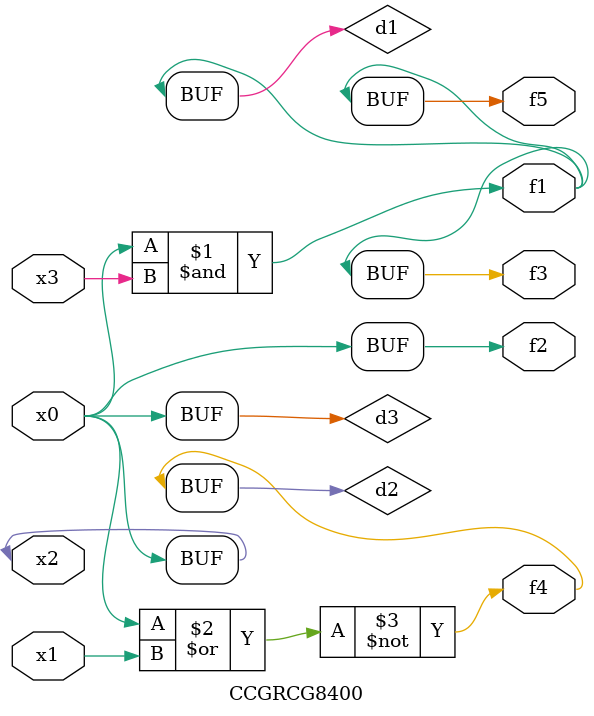
<source format=v>
module CCGRCG8400(
	input x0, x1, x2, x3,
	output f1, f2, f3, f4, f5
);

	wire d1, d2, d3;

	and (d1, x2, x3);
	nor (d2, x0, x1);
	buf (d3, x0, x2);
	assign f1 = d1;
	assign f2 = d3;
	assign f3 = d1;
	assign f4 = d2;
	assign f5 = d1;
endmodule

</source>
